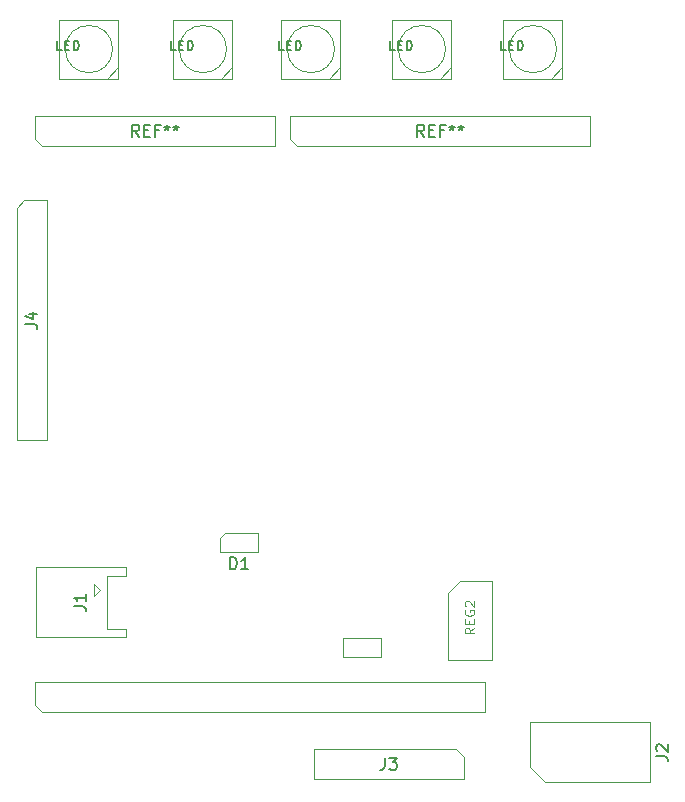
<source format=gbr>
G04 #@! TF.GenerationSoftware,KiCad,Pcbnew,(5.1.2-1)-1*
G04 #@! TF.CreationDate,2019-10-09T15:23:33+01:00*
G04 #@! TF.ProjectId,PixlVBoard,5069786c-5642-46f6-9172-642e6b696361,rev?*
G04 #@! TF.SameCoordinates,Original*
G04 #@! TF.FileFunction,Other,Fab,Top*
%FSLAX46Y46*%
G04 Gerber Fmt 4.6, Leading zero omitted, Abs format (unit mm)*
G04 Created by KiCad (PCBNEW (5.1.2-1)-1) date 2019-10-09 15:23:33*
%MOMM*%
%LPD*%
G04 APERTURE LIST*
%ADD10C,0.100000*%
%ADD11C,0.150000*%
%ADD12C,0.120000*%
G04 APERTURE END LIST*
D10*
X164338000Y-73380600D02*
X164973000Y-72745600D01*
X164338000Y-93065600D02*
X164338000Y-73380600D01*
X166878000Y-93065600D02*
X164338000Y-93065600D01*
X166878000Y-72745600D02*
X166878000Y-93065600D01*
X164973000Y-72745600D02*
X166878000Y-72745600D01*
X201549000Y-119227600D02*
X202184000Y-119862600D01*
X189484000Y-119227600D02*
X201549000Y-119227600D01*
X189484000Y-121767600D02*
X189484000Y-119227600D01*
X202184000Y-121767600D02*
X189484000Y-121767600D01*
X202184000Y-119862600D02*
X202184000Y-121767600D01*
X207772000Y-120751600D02*
X207772000Y-116941600D01*
X207772000Y-116941600D02*
X217932000Y-116941600D01*
X217932000Y-116941600D02*
X217932000Y-122021600D01*
X217932000Y-122021600D02*
X209042000Y-122021600D01*
X209042000Y-122021600D02*
X207772000Y-120751600D01*
X184734000Y-102501600D02*
X184734000Y-100901600D01*
X181534000Y-102501600D02*
X184734000Y-102501600D01*
X181534000Y-101301600D02*
X181534000Y-102501600D01*
X181934000Y-100901600D02*
X181534000Y-101301600D01*
X184734000Y-100901600D02*
X181934000Y-100901600D01*
X191948000Y-111391600D02*
X191948000Y-109791600D01*
X191948000Y-109791600D02*
X195148000Y-109791600D01*
X195148000Y-109791600D02*
X195148000Y-111391600D01*
X195148000Y-111391600D02*
X191948000Y-111391600D01*
X204542000Y-104955600D02*
X204542000Y-111655600D01*
X200842000Y-111655600D02*
X204542000Y-111655600D01*
X201892000Y-104955600D02*
X204542000Y-104955600D01*
X200842000Y-106005600D02*
X200842000Y-111655600D01*
X200842000Y-106005600D02*
X201892000Y-104955600D01*
X166497000Y-116078000D02*
X165862000Y-115443000D01*
X203962000Y-116078000D02*
X166497000Y-116078000D01*
X203962000Y-113538000D02*
X203962000Y-116078000D01*
X165862000Y-113538000D02*
X203962000Y-113538000D01*
X165862000Y-115443000D02*
X165862000Y-113538000D01*
X170837000Y-106265600D02*
X171337000Y-105765600D01*
X170837000Y-105265600D02*
X170837000Y-106265600D01*
X171337000Y-105765600D02*
X170837000Y-105265600D01*
X171962000Y-109015600D02*
X171962000Y-104515600D01*
X173562000Y-109015600D02*
X171962000Y-109015600D01*
X173562000Y-109715600D02*
X173562000Y-109015600D01*
X165962000Y-109715600D02*
X173562000Y-109715600D01*
X165962000Y-103815600D02*
X165962000Y-109715600D01*
X173562000Y-103815600D02*
X165962000Y-103815600D01*
X173562000Y-104515600D02*
X173562000Y-103815600D01*
X171962000Y-104515600D02*
X173562000Y-104515600D01*
X172934000Y-61444000D02*
X171934000Y-62444000D01*
X167934000Y-57444000D02*
X167934000Y-62444000D01*
X167934000Y-62444000D02*
X172934000Y-62444000D01*
X172934000Y-62444000D02*
X172934000Y-57444000D01*
X172934000Y-57444000D02*
X167934000Y-57444000D01*
X172434000Y-59944000D02*
G75*
G03X172434000Y-59944000I-2000000J0D01*
G01*
X210526000Y-61444000D02*
X209526000Y-62444000D01*
X205526000Y-57444000D02*
X205526000Y-62444000D01*
X205526000Y-62444000D02*
X210526000Y-62444000D01*
X210526000Y-62444000D02*
X210526000Y-57444000D01*
X210526000Y-57444000D02*
X205526000Y-57444000D01*
X210026000Y-59944000D02*
G75*
G03X210026000Y-59944000I-2000000J0D01*
G01*
X201128000Y-61444000D02*
X200128000Y-62444000D01*
X196128000Y-57444000D02*
X196128000Y-62444000D01*
X196128000Y-62444000D02*
X201128000Y-62444000D01*
X201128000Y-62444000D02*
X201128000Y-57444000D01*
X201128000Y-57444000D02*
X196128000Y-57444000D01*
X200628000Y-59944000D02*
G75*
G03X200628000Y-59944000I-2000000J0D01*
G01*
X191730000Y-61444000D02*
X190730000Y-62444000D01*
X186730000Y-57444000D02*
X186730000Y-62444000D01*
X186730000Y-62444000D02*
X191730000Y-62444000D01*
X191730000Y-62444000D02*
X191730000Y-57444000D01*
X191730000Y-57444000D02*
X186730000Y-57444000D01*
X191230000Y-59944000D02*
G75*
G03X191230000Y-59944000I-2000000J0D01*
G01*
X182086000Y-59944000D02*
G75*
G03X182086000Y-59944000I-2000000J0D01*
G01*
X182586000Y-57444000D02*
X177586000Y-57444000D01*
X182586000Y-62444000D02*
X182586000Y-57444000D01*
X177586000Y-62444000D02*
X182586000Y-62444000D01*
X177586000Y-57444000D02*
X177586000Y-62444000D01*
X182586000Y-61444000D02*
X181586000Y-62444000D01*
X165862000Y-67538600D02*
X165862000Y-65633600D01*
X165862000Y-65633600D02*
X186182000Y-65633600D01*
X186182000Y-65633600D02*
X186182000Y-68173600D01*
X186182000Y-68173600D02*
X166497000Y-68173600D01*
X166497000Y-68173600D02*
X165862000Y-67538600D01*
X188087000Y-68173600D02*
X187452000Y-67538600D01*
X212852000Y-68173600D02*
X188087000Y-68173600D01*
X212852000Y-65633600D02*
X212852000Y-68173600D01*
X187452000Y-65633600D02*
X212852000Y-65633600D01*
X187452000Y-67538600D02*
X187452000Y-65633600D01*
D11*
X165060380Y-83238933D02*
X165774666Y-83238933D01*
X165917523Y-83286552D01*
X166012761Y-83381790D01*
X166060380Y-83524647D01*
X166060380Y-83619885D01*
X165393714Y-82334171D02*
X166060380Y-82334171D01*
X165012761Y-82572266D02*
X165727047Y-82810361D01*
X165727047Y-82191314D01*
X195500666Y-119949980D02*
X195500666Y-120664266D01*
X195453047Y-120807123D01*
X195357809Y-120902361D01*
X195214952Y-120949980D01*
X195119714Y-120949980D01*
X195881619Y-119949980D02*
X196500666Y-119949980D01*
X196167333Y-120330933D01*
X196310190Y-120330933D01*
X196405428Y-120378552D01*
X196453047Y-120426171D01*
X196500666Y-120521409D01*
X196500666Y-120759504D01*
X196453047Y-120854742D01*
X196405428Y-120902361D01*
X196310190Y-120949980D01*
X196024476Y-120949980D01*
X195929238Y-120902361D01*
X195881619Y-120854742D01*
X218444380Y-119814933D02*
X219158666Y-119814933D01*
X219301523Y-119862552D01*
X219396761Y-119957790D01*
X219444380Y-120100647D01*
X219444380Y-120195885D01*
X218539619Y-119386361D02*
X218492000Y-119338742D01*
X218444380Y-119243504D01*
X218444380Y-119005409D01*
X218492000Y-118910171D01*
X218539619Y-118862552D01*
X218634857Y-118814933D01*
X218730095Y-118814933D01*
X218872952Y-118862552D01*
X219444380Y-119433980D01*
X219444380Y-118814933D01*
X182395904Y-103973980D02*
X182395904Y-102973980D01*
X182634000Y-102973980D01*
X182776857Y-103021600D01*
X182872095Y-103116838D01*
X182919714Y-103212076D01*
X182967333Y-103402552D01*
X182967333Y-103545409D01*
X182919714Y-103735885D01*
X182872095Y-103831123D01*
X182776857Y-103926361D01*
X182634000Y-103973980D01*
X182395904Y-103973980D01*
X183919714Y-103973980D02*
X183348285Y-103973980D01*
X183634000Y-103973980D02*
X183634000Y-102973980D01*
X183538761Y-103116838D01*
X183443523Y-103212076D01*
X183348285Y-103259695D01*
D12*
X203053904Y-108946838D02*
X202672952Y-109213504D01*
X203053904Y-109403980D02*
X202253904Y-109403980D01*
X202253904Y-109099219D01*
X202292000Y-109023028D01*
X202330095Y-108984933D01*
X202406285Y-108946838D01*
X202520571Y-108946838D01*
X202596761Y-108984933D01*
X202634857Y-109023028D01*
X202672952Y-109099219D01*
X202672952Y-109403980D01*
X202634857Y-108603980D02*
X202634857Y-108337314D01*
X203053904Y-108223028D02*
X203053904Y-108603980D01*
X202253904Y-108603980D01*
X202253904Y-108223028D01*
X202292000Y-107461123D02*
X202253904Y-107537314D01*
X202253904Y-107651600D01*
X202292000Y-107765885D01*
X202368190Y-107842076D01*
X202444380Y-107880171D01*
X202596761Y-107918266D01*
X202711047Y-107918266D01*
X202863428Y-107880171D01*
X202939619Y-107842076D01*
X203015809Y-107765885D01*
X203053904Y-107651600D01*
X203053904Y-107575409D01*
X203015809Y-107461123D01*
X202977714Y-107423028D01*
X202711047Y-107423028D01*
X202711047Y-107575409D01*
X202330095Y-107118266D02*
X202292000Y-107080171D01*
X202253904Y-107003980D01*
X202253904Y-106813504D01*
X202292000Y-106737314D01*
X202330095Y-106699219D01*
X202406285Y-106661123D01*
X202482476Y-106661123D01*
X202596761Y-106699219D01*
X203053904Y-107156361D01*
X203053904Y-106661123D01*
D11*
X169164380Y-107098933D02*
X169878666Y-107098933D01*
X170021523Y-107146552D01*
X170116761Y-107241790D01*
X170164380Y-107384647D01*
X170164380Y-107479885D01*
X170164380Y-106098933D02*
X170164380Y-106670361D01*
X170164380Y-106384647D02*
X169164380Y-106384647D01*
X169307238Y-106479885D01*
X169402476Y-106575123D01*
X169450095Y-106670361D01*
X168141714Y-60051904D02*
X167760761Y-60051904D01*
X167760761Y-59251904D01*
X168408380Y-59632857D02*
X168675047Y-59632857D01*
X168789333Y-60051904D02*
X168408380Y-60051904D01*
X168408380Y-59251904D01*
X168789333Y-59251904D01*
X169132190Y-60051904D02*
X169132190Y-59251904D01*
X169322666Y-59251904D01*
X169436952Y-59290000D01*
X169513142Y-59366190D01*
X169551238Y-59442380D01*
X169589333Y-59594761D01*
X169589333Y-59709047D01*
X169551238Y-59861428D01*
X169513142Y-59937619D01*
X169436952Y-60013809D01*
X169322666Y-60051904D01*
X169132190Y-60051904D01*
X205733714Y-60051904D02*
X205352761Y-60051904D01*
X205352761Y-59251904D01*
X206000380Y-59632857D02*
X206267047Y-59632857D01*
X206381333Y-60051904D02*
X206000380Y-60051904D01*
X206000380Y-59251904D01*
X206381333Y-59251904D01*
X206724190Y-60051904D02*
X206724190Y-59251904D01*
X206914666Y-59251904D01*
X207028952Y-59290000D01*
X207105142Y-59366190D01*
X207143238Y-59442380D01*
X207181333Y-59594761D01*
X207181333Y-59709047D01*
X207143238Y-59861428D01*
X207105142Y-59937619D01*
X207028952Y-60013809D01*
X206914666Y-60051904D01*
X206724190Y-60051904D01*
X196335714Y-60051904D02*
X195954761Y-60051904D01*
X195954761Y-59251904D01*
X196602380Y-59632857D02*
X196869047Y-59632857D01*
X196983333Y-60051904D02*
X196602380Y-60051904D01*
X196602380Y-59251904D01*
X196983333Y-59251904D01*
X197326190Y-60051904D02*
X197326190Y-59251904D01*
X197516666Y-59251904D01*
X197630952Y-59290000D01*
X197707142Y-59366190D01*
X197745238Y-59442380D01*
X197783333Y-59594761D01*
X197783333Y-59709047D01*
X197745238Y-59861428D01*
X197707142Y-59937619D01*
X197630952Y-60013809D01*
X197516666Y-60051904D01*
X197326190Y-60051904D01*
X186937714Y-60051904D02*
X186556761Y-60051904D01*
X186556761Y-59251904D01*
X187204380Y-59632857D02*
X187471047Y-59632857D01*
X187585333Y-60051904D02*
X187204380Y-60051904D01*
X187204380Y-59251904D01*
X187585333Y-59251904D01*
X187928190Y-60051904D02*
X187928190Y-59251904D01*
X188118666Y-59251904D01*
X188232952Y-59290000D01*
X188309142Y-59366190D01*
X188347238Y-59442380D01*
X188385333Y-59594761D01*
X188385333Y-59709047D01*
X188347238Y-59861428D01*
X188309142Y-59937619D01*
X188232952Y-60013809D01*
X188118666Y-60051904D01*
X187928190Y-60051904D01*
X177793714Y-60051904D02*
X177412761Y-60051904D01*
X177412761Y-59251904D01*
X178060380Y-59632857D02*
X178327047Y-59632857D01*
X178441333Y-60051904D02*
X178060380Y-60051904D01*
X178060380Y-59251904D01*
X178441333Y-59251904D01*
X178784190Y-60051904D02*
X178784190Y-59251904D01*
X178974666Y-59251904D01*
X179088952Y-59290000D01*
X179165142Y-59366190D01*
X179203238Y-59442380D01*
X179241333Y-59594761D01*
X179241333Y-59709047D01*
X179203238Y-59861428D01*
X179165142Y-59937619D01*
X179088952Y-60013809D01*
X178974666Y-60051904D01*
X178784190Y-60051904D01*
X174688666Y-67355980D02*
X174355333Y-66879790D01*
X174117238Y-67355980D02*
X174117238Y-66355980D01*
X174498190Y-66355980D01*
X174593428Y-66403600D01*
X174641047Y-66451219D01*
X174688666Y-66546457D01*
X174688666Y-66689314D01*
X174641047Y-66784552D01*
X174593428Y-66832171D01*
X174498190Y-66879790D01*
X174117238Y-66879790D01*
X175117238Y-66832171D02*
X175450571Y-66832171D01*
X175593428Y-67355980D02*
X175117238Y-67355980D01*
X175117238Y-66355980D01*
X175593428Y-66355980D01*
X176355333Y-66832171D02*
X176022000Y-66832171D01*
X176022000Y-67355980D02*
X176022000Y-66355980D01*
X176498190Y-66355980D01*
X177022000Y-66355980D02*
X177022000Y-66594076D01*
X176783904Y-66498838D02*
X177022000Y-66594076D01*
X177260095Y-66498838D01*
X176879142Y-66784552D02*
X177022000Y-66594076D01*
X177164857Y-66784552D01*
X177783904Y-66355980D02*
X177783904Y-66594076D01*
X177545809Y-66498838D02*
X177783904Y-66594076D01*
X178022000Y-66498838D01*
X177641047Y-66784552D02*
X177783904Y-66594076D01*
X177926761Y-66784552D01*
X198818666Y-67355980D02*
X198485333Y-66879790D01*
X198247238Y-67355980D02*
X198247238Y-66355980D01*
X198628190Y-66355980D01*
X198723428Y-66403600D01*
X198771047Y-66451219D01*
X198818666Y-66546457D01*
X198818666Y-66689314D01*
X198771047Y-66784552D01*
X198723428Y-66832171D01*
X198628190Y-66879790D01*
X198247238Y-66879790D01*
X199247238Y-66832171D02*
X199580571Y-66832171D01*
X199723428Y-67355980D02*
X199247238Y-67355980D01*
X199247238Y-66355980D01*
X199723428Y-66355980D01*
X200485333Y-66832171D02*
X200152000Y-66832171D01*
X200152000Y-67355980D02*
X200152000Y-66355980D01*
X200628190Y-66355980D01*
X201152000Y-66355980D02*
X201152000Y-66594076D01*
X200913904Y-66498838D02*
X201152000Y-66594076D01*
X201390095Y-66498838D01*
X201009142Y-66784552D02*
X201152000Y-66594076D01*
X201294857Y-66784552D01*
X201913904Y-66355980D02*
X201913904Y-66594076D01*
X201675809Y-66498838D02*
X201913904Y-66594076D01*
X202152000Y-66498838D01*
X201771047Y-66784552D02*
X201913904Y-66594076D01*
X202056761Y-66784552D01*
M02*

</source>
